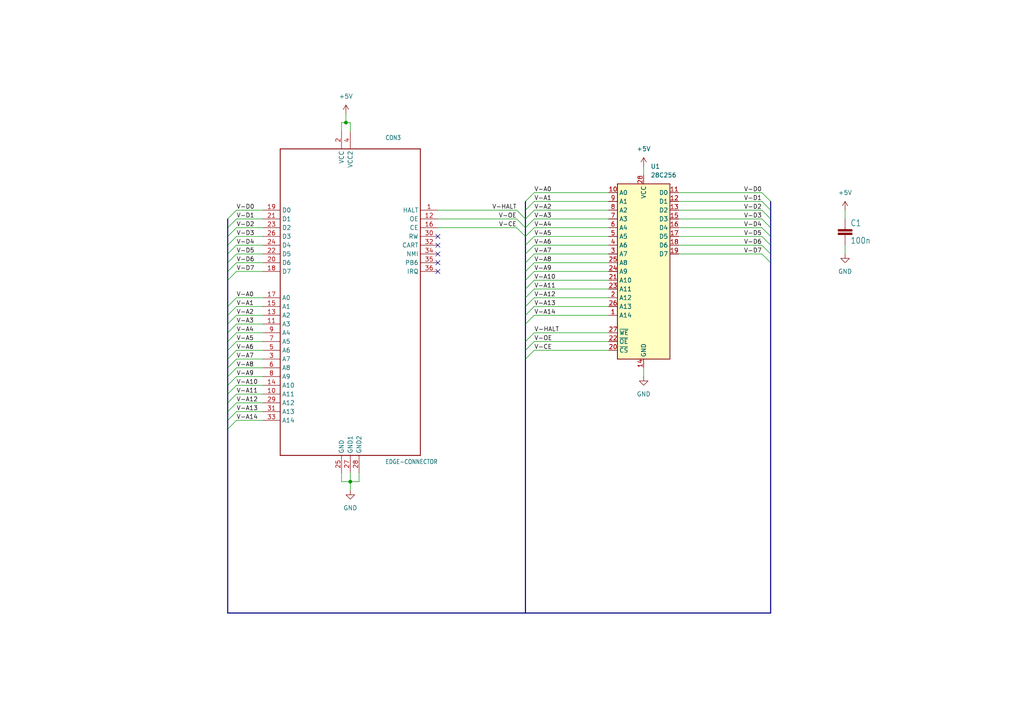
<source format=kicad_sch>
(kicad_sch (version 20211123) (generator eeschema)
  (paper "A4")
  (lib_symbols
    (symbol "EEPROM:28C256"
      (property "Reference" "U" (at -7.62 26.67 0))
      (property "Value" "28C256" (at 2.54 -26.67 0))
      (symbol "28C256_1_1"
        (rectangle (start -7.62 25.4) (end 7.62 -25.4) (stroke (width 0.254)) (fill (type background)))
        (pin input line (at -10.16 -12.7 0) (length 2.54) (name "A14") (number "1"))
        (pin input line (at -10.16 22.86 0) (length 2.54) (name "A0") (number "10"))
        (pin tri_state line (at 10.16 22.86 180) (length 2.54) (name "D0") (number "11"))
        (pin tri_state line (at 10.16 20.32 180) (length 2.54) (name "D1") (number "12"))
        (pin tri_state line (at 10.16 17.78 180) (length 2.54) (name "D2") (number "13"))
        (pin power_in line (at 0 -27.94 90) (length 2.54) (name "GND") (number "14"))
        (pin tri_state line (at 10.16 15.24 180) (length 2.54) (name "D3") (number "15"))
        (pin tri_state line (at 10.16 12.7 180) (length 2.54) (name "D4") (number "16"))
        (pin tri_state line (at 10.16 10.16 180) (length 2.54) (name "D5") (number "17"))
        (pin tri_state line (at 10.16 7.62 180) (length 2.54) (name "D6") (number "18"))
        (pin tri_state line (at 10.16 5.08 180) (length 2.54) (name "D7") (number "19"))
        (pin input line (at -10.16 -7.62 0) (length 2.54) (name "A12") (number "2"))
        (pin input line (at -10.16 -22.86 0) (length 2.54) (name "~{CS}") (number "20"))
        (pin input line (at -10.16 -2.54 0) (length 2.54) (name "A10") (number "21"))
        (pin input line (at -10.16 -20.32 0) (length 2.54) (name "~{OE}") (number "22"))
        (pin input line (at -10.16 -5.08 0) (length 2.54) (name "A11") (number "23"))
        (pin input line (at -10.16 0 0) (length 2.54) (name "A9") (number "24"))
        (pin input line (at -10.16 2.54 0) (length 2.54) (name "A8") (number "25"))
        (pin input line (at -10.16 -10.16 0) (length 2.54) (name "A13") (number "26"))
        (pin input line (at -10.16 -17.78 0) (length 2.54) (name "~{WE}") (number "27"))
        (pin power_in line (at 0 27.94 270) (length 2.54) (name "VCC") (number "28"))
        (pin input line (at -10.16 5.08 0) (length 2.54) (name "A7") (number "3"))
        (pin input line (at -10.16 7.62 0) (length 2.54) (name "A6") (number "4"))
        (pin input line (at -10.16 10.16 0) (length 2.54) (name "A5") (number "5"))
        (pin input line (at -10.16 12.7 0) (length 2.54) (name "A4") (number "6"))
        (pin input line (at -10.16 15.24 0) (length 2.54) (name "A3") (number "7"))
        (pin input line (at -10.16 17.78 0) (length 2.54) (name "A2") (number "8"))
        (pin input line (at -10.16 20.32 0) (length 2.54) (name "A1") (number "9"))
      )
    )
    (symbol "power:+5V" (power) (pin_names (offset 0))
      (property "Value" "+5V" (at 0 3.556 0))
      (symbol "+5V_0_1"
        (polyline (pts (xy -0.762 1.27) (xy 0 2.54)))
        (polyline (pts (xy 0 0) (xy 0 2.54)))
        (polyline (pts (xy 0 2.54) (xy 0.762 1.27)))
      )
      (symbol "+5V_1_1"
        (pin power_in line (at 0 0 90) (length 0) hide (name "+5V") (number "1"))
      )
    )
    (symbol "power:GND" (power) (pin_names (offset 0))
      (property "Value" "GND" (at 0 -3.81 0))
      (symbol "GND_0_1"
        (polyline (pts (xy 0 0) (xy 0 -1.27) (xy 1.27 -1.27) (xy 0 -2.54) (xy -1.27 -1.27) (xy 0 -1.27)))
      )
      (symbol "GND_1_1"
        (pin power_in line (at 0 0 270) (length 0) hide (name "GND") (number "1"))
      )
    )
    (symbol "vectrex-eagle-import:C-EU050-045X075"
      (property "Reference" "C" (at 1.524 0.381 0))
      (property "Value" "C-EU050-045X075" (at 1.524 -4.699 0))
      (symbol "C-EU050-045X075_1_0"
        (rectangle (start -2.032 -2.032) (end 2.032 -1.524) (fill (type outline)))
        (rectangle (start -2.032 -1.016) (end 2.032 -0.508) (fill (type outline)))
        (polyline (pts (xy 0 -2.54) (xy 0 -2.032)) (stroke (width 0.1524)))
        (polyline (pts (xy 0 0) (xy 0 -0.508)) (stroke (width 0.1524)))
        (pin passive line (at 0 2.54 270) (length 2.54) (name "1") (number "1"))
        (pin passive line (at 0 -5.08 90) (length 2.54) (name "2") (number "2"))
      )
    )
    (symbol "vectrex-eagle-import:EDGE-CONNECTOR"
      (property "Value" "EDGE-CONNECTOR" (at 22.86 -55.88 0))
      (symbol "EDGE-CONNECTOR_1_0"
        (polyline (pts (xy -7.62 -53.34) (xy -7.62 35.56)) (stroke (width 0.254)))
        (polyline (pts (xy -7.62 35.56) (xy 33.02 35.56)) (stroke (width 0.254)))
        (polyline (pts (xy 33.02 -53.34) (xy -7.62 -53.34)) (stroke (width 0.254)))
        (polyline (pts (xy 33.02 35.56) (xy 33.02 -53.34)) (stroke (width 0.254)))
        (pin bidirectional line (at 38.1 17.78 180) (length 5.08) (name "HALT") (number "1"))
        (pin bidirectional line (at -12.7 -35.56 0) (length 5.08) (name "A11") (number "10"))
        (pin bidirectional line (at -12.7 -15.24 0) (length 5.08) (name "A3") (number "11"))
        (pin bidirectional line (at 38.1 15.24 180) (length 5.08) (name "OE") (number "12"))
        (pin bidirectional line (at -12.7 -12.7 0) (length 5.08) (name "A2") (number "13"))
        (pin bidirectional line (at -12.7 -33.02 0) (length 5.08) (name "A10") (number "14"))
        (pin bidirectional line (at -12.7 -10.16 0) (length 5.08) (name "A1") (number "15"))
        (pin bidirectional line (at 38.1 12.7 180) (length 5.08) (name "CE") (number "16"))
        (pin bidirectional line (at -12.7 -7.62 0) (length 5.08) (name "A0") (number "17"))
        (pin bidirectional line (at -12.7 0 0) (length 5.08) (name "D7") (number "18"))
        (pin bidirectional line (at -12.7 17.78 0) (length 5.08) (name "D0") (number "19"))
        (pin bidirectional line (at 10.16 40.64 270) (length 5.08) (name "VCC") (number "2"))
        (pin bidirectional line (at -12.7 2.54 0) (length 5.08) (name "D6") (number "20"))
        (pin bidirectional line (at -12.7 15.24 0) (length 5.08) (name "D1") (number "21"))
        (pin bidirectional line (at -12.7 5.08 0) (length 5.08) (name "D5") (number "22"))
        (pin bidirectional line (at -12.7 12.7 0) (length 5.08) (name "D2") (number "23"))
        (pin bidirectional line (at -12.7 7.62 0) (length 5.08) (name "D4") (number "24"))
        (pin bidirectional line (at 10.16 -58.42 90) (length 5.08) (name "GND") (number "25"))
        (pin bidirectional line (at -12.7 10.16 0) (length 5.08) (name "D3") (number "26"))
        (pin bidirectional line (at 12.7 -58.42 90) (length 5.08) (name "GND1") (number "27"))
        (pin bidirectional line (at 15.24 -58.42 90) (length 5.08) (name "GND2") (number "28"))
        (pin bidirectional line (at -12.7 -38.1 0) (length 5.08) (name "A12") (number "29"))
        (pin bidirectional line (at -12.7 -25.4 0) (length 5.08) (name "A7") (number "3"))
        (pin bidirectional line (at 38.1 10.16 180) (length 5.08) (name "RW") (number "30"))
        (pin bidirectional line (at -12.7 -40.64 0) (length 5.08) (name "A13") (number "31"))
        (pin bidirectional line (at 38.1 7.62 180) (length 5.08) (name "CART") (number "32"))
        (pin bidirectional line (at -12.7 -43.18 0) (length 5.08) (name "A14") (number "33"))
        (pin bidirectional line (at 38.1 5.08 180) (length 5.08) (name "NMI") (number "34"))
        (pin bidirectional line (at 38.1 2.54 180) (length 5.08) (name "PB6") (number "35"))
        (pin bidirectional line (at 38.1 0 180) (length 5.08) (name "IRQ") (number "36"))
        (pin bidirectional line (at 12.7 40.64 270) (length 5.08) (name "VCC2") (number "4"))
        (pin bidirectional line (at -12.7 -22.86 0) (length 5.08) (name "A6") (number "5"))
        (pin bidirectional line (at -12.7 -27.94 0) (length 5.08) (name "A8") (number "6"))
        (pin bidirectional line (at -12.7 -20.32 0) (length 5.08) (name "A5") (number "7"))
        (pin bidirectional line (at -12.7 -30.48 0) (length 5.08) (name "A9") (number "8"))
        (pin bidirectional line (at -12.7 -17.78 0) (length 5.08) (name "A4") (number "9"))
      )
    )
  )
  (junction (at 101.6 139.7))
  (junction (at 100.33 35.56))
  (no_connect (at 127 68.58))
  (no_connect (at 127 71.12))
  (no_connect (at 127 73.66))
  (no_connect (at 127 76.2))
  (no_connect (at 127 78.74))
  (bus_entry (at 68.58 119.38) (size -2.54 2.54))
  (bus_entry (at 68.58 73.66) (size -2.54 2.54))
  (bus_entry (at 220.98 66.04) (size 2.54 2.54))
  (bus_entry (at 68.58 66.04) (size -2.54 2.54))
  (bus_entry (at 154.94 78.74) (size -2.54 2.54))
  (bus_entry (at 154.94 68.58) (size -2.54 2.54))
  (bus_entry (at 154.94 55.88) (size -2.54 2.54))
  (bus_entry (at 68.58 60.96) (size -2.54 2.54))
  (bus_entry (at 154.94 60.96) (size -2.54 2.54))
  (bus_entry (at 154.94 81.28) (size -2.54 2.54))
  (bus_entry (at 68.58 104.14) (size -2.54 2.54))
  (bus_entry (at 154.94 58.42) (size -2.54 2.54))
  (bus_entry (at 68.58 116.84) (size -2.54 2.54))
  (bus_entry (at 68.58 99.06) (size -2.54 2.54))
  (bus_entry (at 68.58 91.44) (size -2.54 2.54))
  (bus_entry (at 154.94 73.66) (size -2.54 2.54))
  (bus_entry (at 68.58 96.52) (size -2.54 2.54))
  (bus_entry (at 68.58 93.98) (size -2.54 2.54))
  (bus_entry (at 68.58 78.74) (size -2.54 2.54))
  (bus_entry (at 68.58 106.68) (size -2.54 2.54))
  (bus_entry (at 154.94 99.06) (size -2.54 2.54))
  (bus_entry (at 220.98 68.58) (size 2.54 2.54))
  (bus_entry (at 154.94 71.12) (size -2.54 2.54))
  (bus_entry (at 154.94 66.04) (size -2.54 2.54))
  (bus_entry (at 68.58 76.2) (size -2.54 2.54))
  (bus_entry (at 68.58 109.22) (size -2.54 2.54))
  (bus_entry (at 154.94 83.82) (size -2.54 2.54))
  (bus_entry (at 154.94 63.5) (size -2.54 2.54))
  (bus_entry (at 68.58 71.12) (size -2.54 2.54))
  (bus_entry (at 220.98 73.66) (size 2.54 2.54))
  (bus_entry (at 152.4 99.06) (size 2.54 -2.54))
  (bus_entry (at 220.98 63.5) (size 2.54 2.54))
  (bus_entry (at 68.58 63.5) (size -2.54 2.54))
  (bus_entry (at 68.58 101.6) (size -2.54 2.54))
  (bus_entry (at 149.86 63.5) (size 2.54 2.54))
  (bus_entry (at 154.94 88.9) (size -2.54 2.54))
  (bus_entry (at 68.58 88.9) (size -2.54 2.54))
  (bus_entry (at 68.58 111.76) (size -2.54 2.54))
  (bus_entry (at 149.86 60.96) (size 2.54 2.54))
  (bus_entry (at 68.58 114.3) (size -2.54 2.54))
  (bus_entry (at 149.86 66.04) (size 2.54 2.54))
  (bus_entry (at 68.58 68.58) (size -2.54 2.54))
  (bus_entry (at 154.94 91.44) (size -2.54 2.54))
  (bus_entry (at 220.98 58.42) (size 2.54 2.54))
  (bus_entry (at 220.98 55.88) (size 2.54 2.54))
  (bus_entry (at 154.94 86.36) (size -2.54 2.54))
  (bus_entry (at 154.94 76.2) (size -2.54 2.54))
  (bus_entry (at 220.98 60.96) (size 2.54 2.54))
  (bus_entry (at 154.94 101.6) (size -2.54 2.54))
  (bus_entry (at 68.58 86.36) (size -2.54 2.54))
  (bus_entry (at 68.58 121.92) (size -2.54 2.54))
  (bus_entry (at 220.98 71.12) (size 2.54 2.54))
  (wire (pts (xy 245.11 60.96) (xy 245.11 63.5)))
  (bus (pts (xy 152.4 76.2) (xy 152.4 73.66)))
  (bus (pts (xy 66.04 68.58) (xy 66.04 66.04)))
  (wire (pts (xy 154.94 55.88) (xy 176.53 55.88)))
  (bus (pts (xy 66.04 116.84) (xy 66.04 114.3)))
  (wire (pts (xy 154.94 86.36) (xy 176.53 86.36)))
  (bus (pts (xy 66.04 71.12) (xy 66.04 68.58)))
  (wire (pts (xy 68.58 104.14) (xy 76.2 104.14)))
  (bus (pts (xy 223.52 71.12) (xy 223.52 68.58)))
  (bus (pts (xy 223.52 63.5) (xy 223.52 60.96)))
  (wire (pts (xy 196.85 68.58) (xy 220.98 68.58)))
  (wire (pts (xy 196.85 63.5) (xy 220.98 63.5)))
  (wire (pts (xy 154.94 60.96) (xy 176.53 60.96)))
  (wire (pts (xy 186.69 48.26) (xy 186.69 50.8)))
  (wire (pts (xy 68.58 73.66) (xy 76.2 73.66)))
  (bus (pts (xy 223.52 76.2) (xy 223.52 73.66)))
  (wire (pts (xy 154.94 88.9) (xy 176.53 88.9)))
  (wire (pts (xy 68.58 88.9) (xy 76.2 88.9)))
  (wire (pts (xy 68.58 114.3) (xy 76.2 114.3)))
  (bus (pts (xy 66.04 121.92) (xy 66.04 119.38)))
  (wire (pts (xy 154.94 58.42) (xy 176.53 58.42)))
  (wire (pts (xy 101.6 139.7) (xy 101.6 142.24)))
  (bus (pts (xy 223.52 73.66) (xy 223.52 71.12)))
  (wire (pts (xy 68.58 111.76) (xy 76.2 111.76)))
  (wire (pts (xy 154.94 63.5) (xy 176.53 63.5)))
  (wire (pts (xy 101.6 139.7) (xy 101.6 137.16)))
  (bus (pts (xy 152.4 91.44) (xy 152.4 88.9)))
  (bus (pts (xy 152.4 66.04) (xy 152.4 63.5)))
  (wire (pts (xy 154.94 71.12) (xy 176.53 71.12)))
  (wire (pts (xy 196.85 55.88) (xy 220.98 55.88)))
  (wire (pts (xy 68.58 106.68) (xy 76.2 106.68)))
  (wire (pts (xy 99.06 35.56) (xy 99.06 38.1)))
  (wire (pts (xy 68.58 66.04) (xy 76.2 66.04)))
  (wire (pts (xy 68.58 76.2) (xy 76.2 76.2)))
  (wire (pts (xy 149.86 63.5) (xy 127 63.5)))
  (bus (pts (xy 66.04 93.98) (xy 66.04 91.44)))
  (bus (pts (xy 223.52 177.8) (xy 223.52 76.2)))
  (bus (pts (xy 66.04 81.28) (xy 66.04 78.74)))
  (bus (pts (xy 223.52 68.58) (xy 223.52 66.04)))
  (bus (pts (xy 223.52 66.04) (xy 223.52 63.5)))
  (wire (pts (xy 154.94 99.06) (xy 176.53 99.06)))
  (wire (pts (xy 149.86 66.04) (xy 127 66.04)))
  (wire (pts (xy 245.11 71.12) (xy 245.11 73.66)))
  (bus (pts (xy 152.4 81.28) (xy 152.4 78.74)))
  (bus (pts (xy 66.04 73.66) (xy 66.04 71.12)))
  (wire (pts (xy 68.58 96.52) (xy 76.2 96.52)))
  (bus (pts (xy 66.04 109.22) (xy 66.04 106.68)))
  (bus (pts (xy 152.4 101.6) (xy 152.4 99.06)))
  (wire (pts (xy 68.58 99.06) (xy 76.2 99.06)))
  (wire (pts (xy 68.58 68.58) (xy 76.2 68.58)))
  (bus (pts (xy 152.4 78.74) (xy 152.4 76.2)))
  (wire (pts (xy 104.14 139.7) (xy 104.14 137.16)))
  (wire (pts (xy 68.58 60.96) (xy 76.2 60.96)))
  (bus (pts (xy 66.04 66.04) (xy 66.04 63.5)))
  (bus (pts (xy 66.04 101.6) (xy 66.04 99.06)))
  (bus (pts (xy 66.04 106.68) (xy 66.04 104.14)))
  (wire (pts (xy 68.58 78.74) (xy 76.2 78.74)))
  (bus (pts (xy 223.52 58.42) (xy 223.52 60.96)))
  (bus (pts (xy 152.4 71.12) (xy 152.4 68.58)))
  (wire (pts (xy 68.58 71.12) (xy 76.2 71.12)))
  (bus (pts (xy 152.4 93.98) (xy 152.4 99.06)))
  (wire (pts (xy 100.33 35.56) (xy 101.6 35.56)))
  (wire (pts (xy 100.33 33.02) (xy 100.33 35.56)))
  (wire (pts (xy 154.94 83.82) (xy 176.53 83.82)))
  (wire (pts (xy 154.94 78.74) (xy 176.53 78.74)))
  (wire (pts (xy 154.94 66.04) (xy 176.53 66.04)))
  (wire (pts (xy 68.58 86.36) (xy 76.2 86.36)))
  (bus (pts (xy 66.04 124.46) (xy 66.04 121.92)))
  (wire (pts (xy 68.58 119.38) (xy 76.2 119.38)))
  (wire (pts (xy 68.58 93.98) (xy 76.2 93.98)))
  (wire (pts (xy 99.06 35.56) (xy 100.33 35.56)))
  (wire (pts (xy 154.94 81.28) (xy 176.53 81.28)))
  (bus (pts (xy 66.04 111.76) (xy 66.04 109.22)))
  (wire (pts (xy 68.58 63.5) (xy 76.2 63.5)))
  (wire (pts (xy 154.94 96.52) (xy 176.53 96.52)))
  (bus (pts (xy 152.4 73.66) (xy 152.4 71.12)))
  (bus (pts (xy 66.04 78.74) (xy 66.04 76.2)))
  (wire (pts (xy 99.06 139.7) (xy 101.6 139.7)))
  (wire (pts (xy 68.58 109.22) (xy 76.2 109.22)))
  (wire (pts (xy 196.85 60.96) (xy 220.98 60.96)))
  (bus (pts (xy 66.04 177.8) (xy 152.4 177.8)))
  (wire (pts (xy 196.85 73.66) (xy 220.98 73.66)))
  (bus (pts (xy 152.4 88.9) (xy 152.4 86.36)))
  (wire (pts (xy 68.58 121.92) (xy 76.2 121.92)))
  (bus (pts (xy 66.04 177.8) (xy 66.04 124.46)))
  (wire (pts (xy 196.85 66.04) (xy 220.98 66.04)))
  (wire (pts (xy 101.6 35.56) (xy 101.6 38.1)))
  (wire (pts (xy 186.69 106.68) (xy 186.69 109.22)))
  (wire (pts (xy 68.58 91.44) (xy 76.2 91.44)))
  (wire (pts (xy 154.94 101.6) (xy 176.53 101.6)))
  (wire (pts (xy 154.94 91.44) (xy 176.53 91.44)))
  (bus (pts (xy 152.4 68.58) (xy 152.4 66.04)))
  (bus (pts (xy 66.04 81.28) (xy 66.04 88.9)))
  (wire (pts (xy 68.58 101.6) (xy 76.2 101.6)))
  (wire (pts (xy 154.94 68.58) (xy 176.53 68.58)))
  (bus (pts (xy 152.4 86.36) (xy 152.4 83.82)))
  (bus (pts (xy 66.04 99.06) (xy 66.04 96.52)))
  (wire (pts (xy 149.86 60.96) (xy 127 60.96)))
  (wire (pts (xy 196.85 71.12) (xy 220.98 71.12)))
  (bus (pts (xy 152.4 83.82) (xy 152.4 81.28)))
  (bus (pts (xy 152.4 104.14) (xy 152.4 101.6)))
  (bus (pts (xy 152.4 93.98) (xy 152.4 91.44)))
  (wire (pts (xy 154.94 73.66) (xy 176.53 73.66)))
  (bus (pts (xy 66.04 91.44) (xy 66.04 88.9)))
  (bus (pts (xy 66.04 96.52) (xy 66.04 93.98)))
  (wire (pts (xy 196.85 58.42) (xy 220.98 58.42)))
  (bus (pts (xy 152.4 177.8) (xy 152.4 104.14)))
  (bus (pts (xy 66.04 114.3) (xy 66.04 111.76)))
  (bus (pts (xy 66.04 76.2) (xy 66.04 73.66)))
  (bus (pts (xy 152.4 177.8) (xy 223.52 177.8)))
  (bus (pts (xy 152.4 63.5) (xy 152.4 60.96)))
  (wire (pts (xy 154.94 76.2) (xy 176.53 76.2)))
  (wire (pts (xy 99.06 139.7) (xy 99.06 137.16)))
  (bus (pts (xy 152.4 60.96) (xy 152.4 58.42)))
  (bus (pts (xy 66.04 119.38) (xy 66.04 116.84)))
  (wire (pts (xy 68.58 116.84) (xy 76.2 116.84)))
  (bus (pts (xy 66.04 104.14) (xy 66.04 101.6)))
  (wire (pts (xy 101.6 139.7) (xy 104.14 139.7)))
  (label "V-A2" (at 154.94 60.96 0) (effects (font (size 1.2446 1.2446))))
  (label "V-CE" (at 154.94 101.6 0) (effects (font (size 1.2446 1.2446))))
  (label "V-D2" (at 68.58 66.04 0) (effects (font (size 1.2446 1.2446))))
  (label "V-A1" (at 68.58 88.9 0) (effects (font (size 1.2446 1.2446))))
  (label "V-A13" (at 68.58 119.38 0) (effects (font (size 1.2446 1.2446))))
  (label "V-A3" (at 154.94 63.5 0) (effects (font (size 1.2446 1.2446))))
  (label "V-A9" (at 154.94 78.74 0) (effects (font (size 1.2446 1.2446))))
  (label "V-D6" (at 220.98 71.12 180) (effects (font (size 1.2446 1.2446))))
  (label "V-D4" (at 220.98 66.04 180) (effects (font (size 1.2446 1.2446))))
  (label "V-D3" (at 220.98 63.5 180) (effects (font (size 1.2446 1.2446))))
  (label "V-A12" (at 154.94 86.36 0) (effects (font (size 1.2446 1.2446))))
  (label "V-A10" (at 154.94 81.28 0) (effects (font (size 1.2446 1.2446))))
  (label "V-D0" (at 220.98 55.88 180) (effects (font (size 1.2446 1.2446))))
  (label "V-A6" (at 68.58 101.6 0) (effects (font (size 1.2446 1.2446))))
  (label "V-A13" (at 154.94 88.9 0) (effects (font (size 1.2446 1.2446))))
  (label "V-D7" (at 220.98 73.66 180) (effects (font (size 1.2446 1.2446))))
  (label "V-CE" (at 149.86 66.04 180) (effects (font (size 1.2446 1.2446))))
  (label "V-A1" (at 154.94 58.42 0) (effects (font (size 1.2446 1.2446))))
  (label "V-D2" (at 220.98 60.96 180) (effects (font (size 1.2446 1.2446))))
  (label "V-A11" (at 154.94 83.82 0) (effects (font (size 1.2446 1.2446))))
  (label "V-A8" (at 154.94 76.2 0) (effects (font (size 1.2446 1.2446))))
  (label "V-A4" (at 154.94 66.04 0) (effects (font (size 1.2446 1.2446))))
  (label "V-A7" (at 154.94 73.66 0) (effects (font (size 1.2446 1.2446))))
  (label "V-A14" (at 154.94 91.44 0) (effects (font (size 1.2446 1.2446))))
  (label "V-A6" (at 154.94 71.12 0) (effects (font (size 1.2446 1.2446))))
  (label "V-A0" (at 68.58 86.36 0) (effects (font (size 1.2446 1.2446))))
  (label "V-HALT" (at 149.86 60.96 180) (effects (font (size 1.2446 1.2446))))
  (label "V-A7" (at 68.58 104.14 0) (effects (font (size 1.2446 1.2446))))
  (label "V-D1" (at 68.58 63.5 0) (effects (font (size 1.2446 1.2446))))
  (label "V-A10" (at 68.58 111.76 0) (effects (font (size 1.2446 1.2446))))
  (label "V-A4" (at 68.58 96.52 0) (effects (font (size 1.2446 1.2446))))
  (label "V-D5" (at 68.58 73.66 0) (effects (font (size 1.2446 1.2446))))
  (label "V-A8" (at 68.58 106.68 0) (effects (font (size 1.2446 1.2446))))
  (label "V-A0" (at 154.94 55.88 0) (effects (font (size 1.2446 1.2446))))
  (label "V-A5" (at 154.94 68.58 0) (effects (font (size 1.2446 1.2446))))
  (label "V-D7" (at 68.58 78.74 0) (effects (font (size 1.2446 1.2446))))
  (label "V-A2" (at 68.58 91.44 0) (effects (font (size 1.2446 1.2446))))
  (label "V-D3" (at 68.58 68.58 0) (effects (font (size 1.2446 1.2446))))
  (label "V-D5" (at 220.98 68.58 180) (effects (font (size 1.2446 1.2446))))
  (label "V-A12" (at 68.58 116.84 0) (effects (font (size 1.2446 1.2446))))
  (label "V-OE" (at 149.86 63.5 180) (effects (font (size 1.2446 1.2446))))
  (label "V-A14" (at 68.58 121.92 0) (effects (font (size 1.2446 1.2446))))
  (label "V-HALT" (at 154.94 96.52 0))
  (label "V-D6" (at 68.58 76.2 0) (effects (font (size 1.2446 1.2446))))
  (label "V-A5" (at 68.58 99.06 0) (effects (font (size 1.2446 1.2446))))
  (label "V-A3" (at 68.58 93.98 0) (effects (font (size 1.2446 1.2446))))
  (label "V-D4" (at 68.58 71.12 0) (effects (font (size 1.2446 1.2446))))
  (label "V-D0" (at 68.58 60.96 0) (effects (font (size 1.2446 1.2446))))
  (label "V-OE" (at 154.94 99.06 0) (effects (font (size 1.2446 1.2446))))
  (label "V-A9" (at 68.58 109.22 0) (effects (font (size 1.2446 1.2446))))
  (label "V-D1" (at 220.98 58.42 180) (effects (font (size 1.2446 1.2446))))
  (label "V-A11" (at 68.58 114.3 0) (effects (font (size 1.2446 1.2446))))
  (symbol (lib_id "power:GND") (at 245.11 73.66 0) (unit 1)
    (property "Reference" "#PWR0103" (effects hide))
    (property "Value" "GND" (at 245.11 78.74 0))
  )
  (symbol (lib_id "power:GND") (at 186.69 109.22 0) (unit 1)
    (property "Reference" "#PWR0106" (effects hide))
    (property "Value" "GND" (at 186.69 114.3 0))
  )
  (symbol (lib_id "power:+5V") (at 186.69 48.26 0) (unit 1)
    (property "Reference" "#PWR0104" (effects hide))
    (property "Value" "+5V" (at 186.69 43.18 0))
  )
  (symbol (lib_id "EEPROM:28C256") (at 186.69 78.74 0) (unit 1)
    (property "Reference" "U1" (at 188.7094 48.26 0) (effects (justify left)))
    (property "Value" "28C256" (at 188.7094 50.8 0) (effects (justify left)))
    (property "Footprint" "Package_SO:SOIC-28W_7.5x17.9mm_P1.27mm" (effects hide))
    (property "Datasheet" "http://ww1.microchip.com/downloads/en/DeviceDoc/doc0006.pdf" (effects hide))
  )
  (symbol (lib_id "power:+5V") (at 100.33 33.02 0) (unit 1)
    (property "Reference" "#PWR0101" (effects hide))
    (property "Value" "+5V" (at 100.33 27.94 0))
  )
  (symbol (lib_id "vectrex-eagle-import:C-EU050-045X075") (at 245.11 66.04 0) (unit 1)
    (property "Reference" "C1" (at 246.634 65.659 0) (effects (font (size 1.778 1.5113)) (justify left bottom)))
    (property "Value" "100n" (at 246.634 70.739 0) (effects (font (size 1.778 1.5113)) (justify left bottom)))
    (property "Footprint" "Capacitor_SMD:C_1206_3216Metric" (effects hide))
  )
  (symbol (lib_id "power:GND") (at 101.6 142.24 0) (unit 1)
    (property "Reference" "#PWR0105" (effects hide))
    (property "Value" "GND" (at 101.6 147.32 0))
  )
  (symbol (lib_id "vectrex-eagle-import:EDGE-CONNECTOR") (at 88.9 78.74 0) (unit 1)
    (property "Reference" "CON3" (at 111.76 40.64 0) (effects (font (size 1.27 1.0795)) (justify left bottom)))
    (property "Value" "EDGE-CONNECTOR" (at 111.76 134.62 0) (effects (font (size 1.27 1.0795)) (justify left bottom)))
    (property "Footprint" "EDGE-CONNECTOR" (effects hide))
  )
  (symbol (lib_id "power:+5V") (at 245.11 60.96 0) (unit 1)
    (property "Reference" "#PWR0102" (effects hide))
    (property "Value" "+5V" (at 245.11 55.88 0))
  )
)
</source>
